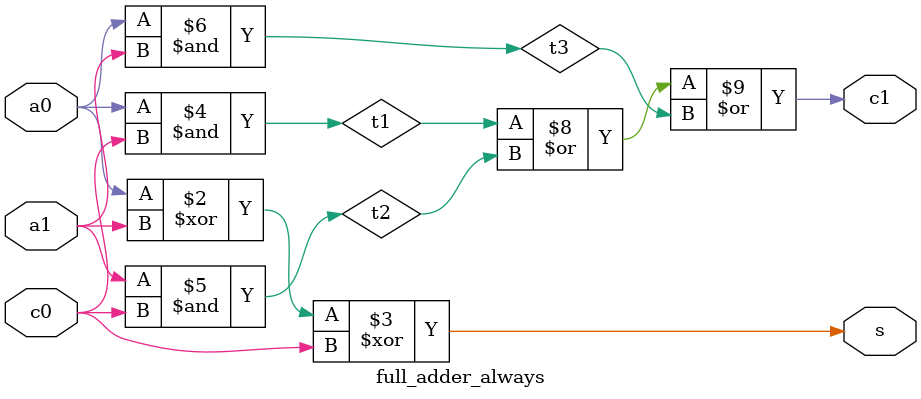
<source format=v>
/***********************************************
Module Name:   Full_Adder_Always
Feature:       Full adder for 1 bit math add with always block
Coder:         Garfield
Organization:  XXXX Group, Department of Architecture
------------------------------------------------------
Input ports:   a0, a1, 1 bit, addends
               c0, 1 bit, carry bit from low bit
Output Ports:  s, 1 bit, sum
               c1, 1 bit, carry bit
------------------------------------------------------
History:
12-17-2015: First Version by Garfield
12-17-2015: Verified by Garfield with Full_Adder_test in ISE/Modelsim
***********************************************/

module full_adder_always 
  ( 
    input a0, a1,
    input c0,
    output reg s,
    output reg c1
  );

//Defination for Varables in the module
wire t1, t2, t3;
//Logicals
//Sum: 
always @(*)
begin
    s <= (a0 ^ a1) ^ c0;
end

//Carry bit: separate the equation into 3 independent parts in order to read
assign t1 = a0 & c0;
assign t2 = a1 & c0;
assign t3 = a0 & a1;

always @(*)
begin
    c1 <= (t1 | t2) | t3;
end

endmodule
</source>
